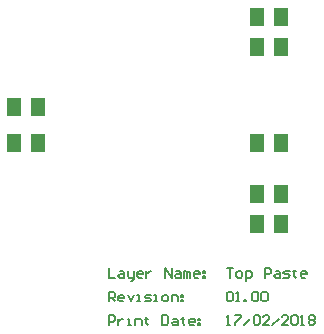
<source format=gtp>
%FSLAX25Y25*%
%MOIN*%
G70*
G01*
G75*
G04 Layer_Color=8421504*
%ADD10R,0.04500X0.06000*%
%ADD11C,0.01969*%
%ADD12C,0.03937*%
%ADD13C,0.01772*%
%ADD14C,0.00787*%
%ADD15C,0.07480*%
%ADD16C,0.08661*%
%ADD17R,0.06000X0.06000*%
%ADD18C,0.06000*%
%ADD19R,0.06000X0.06000*%
%ADD20C,0.05906*%
%ADD21R,0.05906X0.05906*%
%ADD22C,0.05000*%
%ADD23C,0.00394*%
D10*
X96983Y16000D02*
D03*
X88983D02*
D03*
X96983Y75000D02*
D03*
X88983D02*
D03*
X96983Y6000D02*
D03*
X88983D02*
D03*
X96983Y33000D02*
D03*
X88983D02*
D03*
X96983Y65000D02*
D03*
X88983D02*
D03*
X15983Y33000D02*
D03*
X7983D02*
D03*
X15983Y45000D02*
D03*
X7983D02*
D03*
D14*
X78740Y-8662D02*
X80839D01*
X79790D01*
Y-11811D01*
X82414D02*
X83463D01*
X83988Y-11286D01*
Y-10237D01*
X83463Y-9712D01*
X82414D01*
X81889Y-10237D01*
Y-11286D01*
X82414Y-11811D01*
X85037Y-12861D02*
Y-9712D01*
X86612D01*
X87136Y-10237D01*
Y-11286D01*
X86612Y-11811D01*
X85037D01*
X91334D02*
Y-8662D01*
X92909D01*
X93433Y-9187D01*
Y-10237D01*
X92909Y-10762D01*
X91334D01*
X95008Y-9712D02*
X96057D01*
X96582Y-10237D01*
Y-11811D01*
X95008D01*
X94483Y-11286D01*
X95008Y-10762D01*
X96582D01*
X97632Y-11811D02*
X99206D01*
X99731Y-11286D01*
X99206Y-10762D01*
X98156D01*
X97632Y-10237D01*
X98156Y-9712D01*
X99731D01*
X101305Y-9187D02*
Y-9712D01*
X100780D01*
X101830D01*
X101305D01*
Y-11286D01*
X101830Y-11811D01*
X104978D02*
X103929D01*
X103404Y-11286D01*
Y-10237D01*
X103929Y-9712D01*
X104978D01*
X105503Y-10237D01*
Y-10762D01*
X103404D01*
X78740Y-17061D02*
X79265Y-16536D01*
X80314D01*
X80839Y-17061D01*
Y-19160D01*
X80314Y-19685D01*
X79265D01*
X78740Y-19160D01*
Y-17061D01*
X81889Y-19685D02*
X82938D01*
X82414D01*
Y-16536D01*
X81889Y-17061D01*
X84513Y-19685D02*
Y-19160D01*
X85037D01*
Y-19685D01*
X84513D01*
X87136Y-17061D02*
X87661Y-16536D01*
X88711D01*
X89235Y-17061D01*
Y-19160D01*
X88711Y-19685D01*
X87661D01*
X87136Y-19160D01*
Y-17061D01*
X90285D02*
X90810Y-16536D01*
X91859D01*
X92384Y-17061D01*
Y-19160D01*
X91859Y-19685D01*
X90810D01*
X90285Y-19160D01*
Y-17061D01*
X39370Y-27559D02*
Y-24410D01*
X40944D01*
X41469Y-24935D01*
Y-25985D01*
X40944Y-26509D01*
X39370D01*
X42519Y-25460D02*
Y-27559D01*
Y-26509D01*
X43043Y-25985D01*
X43568Y-25460D01*
X44093D01*
X45667Y-27559D02*
X46717D01*
X46192D01*
Y-25460D01*
X45667D01*
X48291Y-27559D02*
Y-25460D01*
X49865D01*
X50390Y-25985D01*
Y-27559D01*
X51964Y-24935D02*
Y-25460D01*
X51440D01*
X52489D01*
X51964D01*
Y-27034D01*
X52489Y-27559D01*
X57212Y-24410D02*
Y-27559D01*
X58786D01*
X59311Y-27034D01*
Y-24935D01*
X58786Y-24410D01*
X57212D01*
X60885Y-25460D02*
X61935D01*
X62460Y-25985D01*
Y-27559D01*
X60885D01*
X60361Y-27034D01*
X60885Y-26509D01*
X62460D01*
X64034Y-24935D02*
Y-25460D01*
X63509D01*
X64559D01*
X64034D01*
Y-27034D01*
X64559Y-27559D01*
X67707D02*
X66658D01*
X66133Y-27034D01*
Y-25985D01*
X66658Y-25460D01*
X67707D01*
X68232Y-25985D01*
Y-26509D01*
X66133D01*
X69282Y-25460D02*
X69806D01*
Y-25985D01*
X69282D01*
Y-25460D01*
Y-27034D02*
X69806D01*
Y-27559D01*
X69282D01*
Y-27034D01*
X39370Y-19685D02*
Y-16536D01*
X40944D01*
X41469Y-17061D01*
Y-18111D01*
X40944Y-18635D01*
X39370D01*
X40420D02*
X41469Y-19685D01*
X44093D02*
X43043D01*
X42519Y-19160D01*
Y-18111D01*
X43043Y-17586D01*
X44093D01*
X44618Y-18111D01*
Y-18635D01*
X42519D01*
X45667Y-17586D02*
X46717Y-19685D01*
X47766Y-17586D01*
X48816Y-19685D02*
X49865D01*
X49341D01*
Y-17586D01*
X48816D01*
X51440Y-19685D02*
X53014D01*
X53539Y-19160D01*
X53014Y-18635D01*
X51964D01*
X51440Y-18111D01*
X51964Y-17586D01*
X53539D01*
X54588Y-19685D02*
X55638D01*
X55113D01*
Y-17586D01*
X54588D01*
X57737Y-19685D02*
X58786D01*
X59311Y-19160D01*
Y-18111D01*
X58786Y-17586D01*
X57737D01*
X57212Y-18111D01*
Y-19160D01*
X57737Y-19685D01*
X60361D02*
Y-17586D01*
X61935D01*
X62460Y-18111D01*
Y-19685D01*
X63509Y-17586D02*
X64034D01*
Y-18111D01*
X63509D01*
Y-17586D01*
Y-19160D02*
X64034D01*
Y-19685D01*
X63509D01*
Y-19160D01*
X39370Y-8662D02*
Y-11811D01*
X41469D01*
X43043Y-9712D02*
X44093D01*
X44618Y-10237D01*
Y-11811D01*
X43043D01*
X42519Y-11286D01*
X43043Y-10762D01*
X44618D01*
X45667Y-9712D02*
Y-11286D01*
X46192Y-11811D01*
X47766D01*
Y-12336D01*
X47242Y-12861D01*
X46717D01*
X47766Y-11811D02*
Y-9712D01*
X50390Y-11811D02*
X49341D01*
X48816Y-11286D01*
Y-10237D01*
X49341Y-9712D01*
X50390D01*
X50915Y-10237D01*
Y-10762D01*
X48816D01*
X51964Y-9712D02*
Y-11811D01*
Y-10762D01*
X52489Y-10237D01*
X53014Y-9712D01*
X53539D01*
X58262Y-11811D02*
Y-8662D01*
X60361Y-11811D01*
Y-8662D01*
X61935Y-9712D02*
X62985D01*
X63509Y-10237D01*
Y-11811D01*
X61935D01*
X61410Y-11286D01*
X61935Y-10762D01*
X63509D01*
X64559Y-11811D02*
Y-9712D01*
X65083D01*
X65608Y-10237D01*
Y-11811D01*
Y-10237D01*
X66133Y-9712D01*
X66658Y-10237D01*
Y-11811D01*
X69282D02*
X68232D01*
X67707Y-11286D01*
Y-10237D01*
X68232Y-9712D01*
X69282D01*
X69806Y-10237D01*
Y-10762D01*
X67707D01*
X70856Y-9712D02*
X71381D01*
Y-10237D01*
X70856D01*
Y-9712D01*
Y-11286D02*
X71381D01*
Y-11811D01*
X70856D01*
Y-11286D01*
X78740Y-27559D02*
X79790D01*
X79265D01*
Y-24410D01*
X78740Y-24935D01*
X81364Y-24410D02*
X83463D01*
Y-24935D01*
X81364Y-27034D01*
Y-27559D01*
X84513D02*
X86612Y-25460D01*
X87661Y-24935D02*
X88186Y-24410D01*
X89235D01*
X89760Y-24935D01*
Y-27034D01*
X89235Y-27559D01*
X88186D01*
X87661Y-27034D01*
Y-24935D01*
X92909Y-27559D02*
X90810D01*
X92909Y-25460D01*
Y-24935D01*
X92384Y-24410D01*
X91334D01*
X90810Y-24935D01*
X93958Y-27559D02*
X96057Y-25460D01*
X99206Y-27559D02*
X97107D01*
X99206Y-25460D01*
Y-24935D01*
X98681Y-24410D01*
X97632D01*
X97107Y-24935D01*
X100256D02*
X100780Y-24410D01*
X101830D01*
X102355Y-24935D01*
Y-27034D01*
X101830Y-27559D01*
X100780D01*
X100256Y-27034D01*
Y-24935D01*
X103404Y-27559D02*
X104454D01*
X103929D01*
Y-24410D01*
X103404Y-24935D01*
X106028D02*
X106553Y-24410D01*
X107602D01*
X108127Y-24935D01*
Y-25460D01*
X107602Y-25985D01*
X108127Y-26509D01*
Y-27034D01*
X107602Y-27559D01*
X106553D01*
X106028Y-27034D01*
Y-26509D01*
X106553Y-25985D01*
X106028Y-25460D01*
Y-24935D01*
X106553Y-25985D02*
X107602D01*
M02*

</source>
